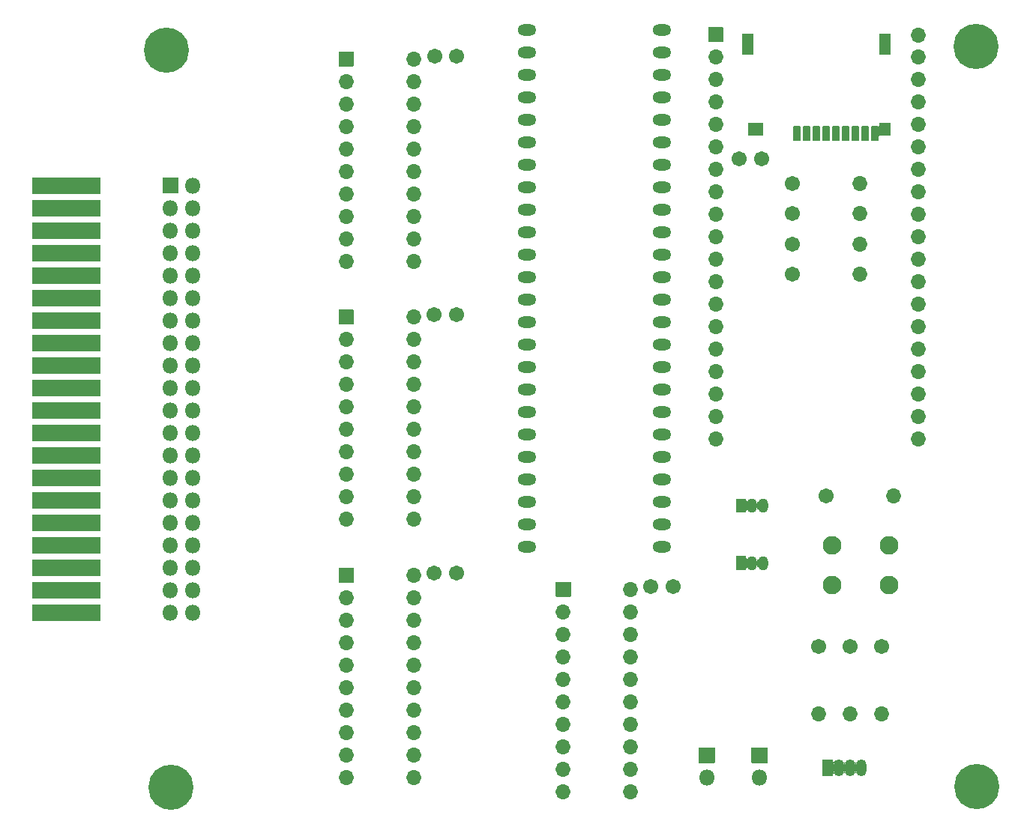
<source format=gbr>
%TF.GenerationSoftware,KiCad,Pcbnew,(5.1.10-1-10_14)*%
%TF.CreationDate,2021-11-12T16:12:36-08:00*%
%TF.ProjectId,TRS-IO-M1,5452532d-494f-42d4-9d31-2e6b69636164,rev?*%
%TF.SameCoordinates,Original*%
%TF.FileFunction,Soldermask,Top*%
%TF.FilePolarity,Negative*%
%FSLAX46Y46*%
G04 Gerber Fmt 4.6, Leading zero omitted, Abs format (unit mm)*
G04 Created by KiCad (PCBNEW (5.1.10-1-10_14)) date 2021-11-12 16:12:36*
%MOMM*%
%LPD*%
G01*
G04 APERTURE LIST*
%ADD10O,1.702000X1.702000*%
%ADD11C,2.102000*%
%ADD12C,1.702000*%
%ADD13O,1.802000X1.802000*%
%ADD14O,1.172000X1.902000*%
%ADD15O,1.152000X1.602000*%
%ADD16O,2.102000X1.302000*%
%ADD17C,5.102000*%
%ADD18C,0.902000*%
%ADD19C,0.100000*%
G04 APERTURE END LIST*
D10*
%TO.C,U1*%
X203276200Y-51752500D03*
X203276200Y-54229000D03*
X180416200Y-97409000D03*
X203276200Y-56769000D03*
X180416200Y-94869000D03*
X203276200Y-59309000D03*
X180416200Y-92329000D03*
X203276200Y-61849000D03*
X180416200Y-89789000D03*
X203276200Y-64389000D03*
X180416200Y-87249000D03*
X203276200Y-66929000D03*
X180416200Y-84709000D03*
X203276200Y-69469000D03*
X180416200Y-82169000D03*
X203276200Y-72009000D03*
X180416200Y-79629000D03*
X203276200Y-74549000D03*
X180416200Y-77089000D03*
X203276200Y-77089000D03*
X180416200Y-74549000D03*
X203276200Y-79629000D03*
X180416200Y-72009000D03*
X203276200Y-82169000D03*
X180416200Y-69469000D03*
X203276200Y-84709000D03*
X180416200Y-66929000D03*
X203276200Y-87249000D03*
X180416200Y-64389000D03*
X203276200Y-89789000D03*
X180416200Y-61849000D03*
X203276200Y-92329000D03*
X180416200Y-59309000D03*
X203276200Y-94869000D03*
X180416200Y-56769000D03*
X203276200Y-97409000D03*
X180416200Y-54229000D03*
G36*
G01*
X179565200Y-52489000D02*
X179565200Y-50889000D01*
G75*
G02*
X179616200Y-50838000I51000J0D01*
G01*
X181216200Y-50838000D01*
G75*
G02*
X181267200Y-50889000I0J-51000D01*
G01*
X181267200Y-52489000D01*
G75*
G02*
X181216200Y-52540000I-51000J0D01*
G01*
X179616200Y-52540000D01*
G75*
G02*
X179565200Y-52489000I0J51000D01*
G01*
G37*
%TD*%
D11*
%TO.C,SW1*%
X200044900Y-109397800D03*
X200044900Y-113897800D03*
X193544900Y-109397800D03*
X193544900Y-113897800D03*
%TD*%
D10*
%TO.C,R4*%
X200494900Y-103809800D03*
D12*
X192874900Y-103809800D03*
%TD*%
D10*
%TO.C,R3*%
X195605400Y-128447800D03*
D12*
X195605400Y-120827800D03*
%TD*%
D10*
%TO.C,R2*%
X199161400Y-128447800D03*
D12*
X199161400Y-120827800D03*
%TD*%
D10*
%TO.C,R1*%
X192049400Y-128447800D03*
D12*
X192049400Y-120827800D03*
%TD*%
%TO.C,J2*%
G36*
G01*
X110871000Y-69723200D02*
X103251000Y-69723200D01*
G75*
G02*
X103200000Y-69672200I0J51000D01*
G01*
X103200000Y-67894200D01*
G75*
G02*
X103251000Y-67843200I51000J0D01*
G01*
X110871000Y-67843200D01*
G75*
G02*
X110922000Y-67894200I0J-51000D01*
G01*
X110922000Y-69672200D01*
G75*
G02*
X110871000Y-69723200I-51000J0D01*
G01*
G37*
G36*
G01*
X110871000Y-72263200D02*
X103251000Y-72263200D01*
G75*
G02*
X103200000Y-72212200I0J51000D01*
G01*
X103200000Y-70434200D01*
G75*
G02*
X103251000Y-70383200I51000J0D01*
G01*
X110871000Y-70383200D01*
G75*
G02*
X110922000Y-70434200I0J-51000D01*
G01*
X110922000Y-72212200D01*
G75*
G02*
X110871000Y-72263200I-51000J0D01*
G01*
G37*
G36*
G01*
X110871000Y-74803200D02*
X103251000Y-74803200D01*
G75*
G02*
X103200000Y-74752200I0J51000D01*
G01*
X103200000Y-72974200D01*
G75*
G02*
X103251000Y-72923200I51000J0D01*
G01*
X110871000Y-72923200D01*
G75*
G02*
X110922000Y-72974200I0J-51000D01*
G01*
X110922000Y-74752200D01*
G75*
G02*
X110871000Y-74803200I-51000J0D01*
G01*
G37*
G36*
G01*
X110871000Y-77343200D02*
X103251000Y-77343200D01*
G75*
G02*
X103200000Y-77292200I0J51000D01*
G01*
X103200000Y-75514200D01*
G75*
G02*
X103251000Y-75463200I51000J0D01*
G01*
X110871000Y-75463200D01*
G75*
G02*
X110922000Y-75514200I0J-51000D01*
G01*
X110922000Y-77292200D01*
G75*
G02*
X110871000Y-77343200I-51000J0D01*
G01*
G37*
G36*
G01*
X110871000Y-79883200D02*
X103251000Y-79883200D01*
G75*
G02*
X103200000Y-79832200I0J51000D01*
G01*
X103200000Y-78054200D01*
G75*
G02*
X103251000Y-78003200I51000J0D01*
G01*
X110871000Y-78003200D01*
G75*
G02*
X110922000Y-78054200I0J-51000D01*
G01*
X110922000Y-79832200D01*
G75*
G02*
X110871000Y-79883200I-51000J0D01*
G01*
G37*
G36*
G01*
X110871000Y-82423200D02*
X103251000Y-82423200D01*
G75*
G02*
X103200000Y-82372200I0J51000D01*
G01*
X103200000Y-80594200D01*
G75*
G02*
X103251000Y-80543200I51000J0D01*
G01*
X110871000Y-80543200D01*
G75*
G02*
X110922000Y-80594200I0J-51000D01*
G01*
X110922000Y-82372200D01*
G75*
G02*
X110871000Y-82423200I-51000J0D01*
G01*
G37*
G36*
G01*
X110871000Y-84963200D02*
X103251000Y-84963200D01*
G75*
G02*
X103200000Y-84912200I0J51000D01*
G01*
X103200000Y-83134200D01*
G75*
G02*
X103251000Y-83083200I51000J0D01*
G01*
X110871000Y-83083200D01*
G75*
G02*
X110922000Y-83134200I0J-51000D01*
G01*
X110922000Y-84912200D01*
G75*
G02*
X110871000Y-84963200I-51000J0D01*
G01*
G37*
G36*
G01*
X110871000Y-87503200D02*
X103251000Y-87503200D01*
G75*
G02*
X103200000Y-87452200I0J51000D01*
G01*
X103200000Y-85674200D01*
G75*
G02*
X103251000Y-85623200I51000J0D01*
G01*
X110871000Y-85623200D01*
G75*
G02*
X110922000Y-85674200I0J-51000D01*
G01*
X110922000Y-87452200D01*
G75*
G02*
X110871000Y-87503200I-51000J0D01*
G01*
G37*
G36*
G01*
X110871000Y-90043200D02*
X103251000Y-90043200D01*
G75*
G02*
X103200000Y-89992200I0J51000D01*
G01*
X103200000Y-88214200D01*
G75*
G02*
X103251000Y-88163200I51000J0D01*
G01*
X110871000Y-88163200D01*
G75*
G02*
X110922000Y-88214200I0J-51000D01*
G01*
X110922000Y-89992200D01*
G75*
G02*
X110871000Y-90043200I-51000J0D01*
G01*
G37*
G36*
G01*
X110871000Y-92583200D02*
X103251000Y-92583200D01*
G75*
G02*
X103200000Y-92532200I0J51000D01*
G01*
X103200000Y-90754200D01*
G75*
G02*
X103251000Y-90703200I51000J0D01*
G01*
X110871000Y-90703200D01*
G75*
G02*
X110922000Y-90754200I0J-51000D01*
G01*
X110922000Y-92532200D01*
G75*
G02*
X110871000Y-92583200I-51000J0D01*
G01*
G37*
G36*
G01*
X110871000Y-95123200D02*
X103251000Y-95123200D01*
G75*
G02*
X103200000Y-95072200I0J51000D01*
G01*
X103200000Y-93294200D01*
G75*
G02*
X103251000Y-93243200I51000J0D01*
G01*
X110871000Y-93243200D01*
G75*
G02*
X110922000Y-93294200I0J-51000D01*
G01*
X110922000Y-95072200D01*
G75*
G02*
X110871000Y-95123200I-51000J0D01*
G01*
G37*
G36*
G01*
X110871000Y-97663200D02*
X103251000Y-97663200D01*
G75*
G02*
X103200000Y-97612200I0J51000D01*
G01*
X103200000Y-95834200D01*
G75*
G02*
X103251000Y-95783200I51000J0D01*
G01*
X110871000Y-95783200D01*
G75*
G02*
X110922000Y-95834200I0J-51000D01*
G01*
X110922000Y-97612200D01*
G75*
G02*
X110871000Y-97663200I-51000J0D01*
G01*
G37*
G36*
G01*
X110871000Y-100203200D02*
X103251000Y-100203200D01*
G75*
G02*
X103200000Y-100152200I0J51000D01*
G01*
X103200000Y-98374200D01*
G75*
G02*
X103251000Y-98323200I51000J0D01*
G01*
X110871000Y-98323200D01*
G75*
G02*
X110922000Y-98374200I0J-51000D01*
G01*
X110922000Y-100152200D01*
G75*
G02*
X110871000Y-100203200I-51000J0D01*
G01*
G37*
G36*
G01*
X110871000Y-102743200D02*
X103251000Y-102743200D01*
G75*
G02*
X103200000Y-102692200I0J51000D01*
G01*
X103200000Y-100914200D01*
G75*
G02*
X103251000Y-100863200I51000J0D01*
G01*
X110871000Y-100863200D01*
G75*
G02*
X110922000Y-100914200I0J-51000D01*
G01*
X110922000Y-102692200D01*
G75*
G02*
X110871000Y-102743200I-51000J0D01*
G01*
G37*
G36*
G01*
X110871000Y-105283200D02*
X103251000Y-105283200D01*
G75*
G02*
X103200000Y-105232200I0J51000D01*
G01*
X103200000Y-103454200D01*
G75*
G02*
X103251000Y-103403200I51000J0D01*
G01*
X110871000Y-103403200D01*
G75*
G02*
X110922000Y-103454200I0J-51000D01*
G01*
X110922000Y-105232200D01*
G75*
G02*
X110871000Y-105283200I-51000J0D01*
G01*
G37*
G36*
G01*
X110871000Y-107823200D02*
X103251000Y-107823200D01*
G75*
G02*
X103200000Y-107772200I0J51000D01*
G01*
X103200000Y-105994200D01*
G75*
G02*
X103251000Y-105943200I51000J0D01*
G01*
X110871000Y-105943200D01*
G75*
G02*
X110922000Y-105994200I0J-51000D01*
G01*
X110922000Y-107772200D01*
G75*
G02*
X110871000Y-107823200I-51000J0D01*
G01*
G37*
G36*
G01*
X110871000Y-110363200D02*
X103251000Y-110363200D01*
G75*
G02*
X103200000Y-110312200I0J51000D01*
G01*
X103200000Y-108534200D01*
G75*
G02*
X103251000Y-108483200I51000J0D01*
G01*
X110871000Y-108483200D01*
G75*
G02*
X110922000Y-108534200I0J-51000D01*
G01*
X110922000Y-110312200D01*
G75*
G02*
X110871000Y-110363200I-51000J0D01*
G01*
G37*
G36*
G01*
X110871000Y-112903200D02*
X103251000Y-112903200D01*
G75*
G02*
X103200000Y-112852200I0J51000D01*
G01*
X103200000Y-111074200D01*
G75*
G02*
X103251000Y-111023200I51000J0D01*
G01*
X110871000Y-111023200D01*
G75*
G02*
X110922000Y-111074200I0J-51000D01*
G01*
X110922000Y-112852200D01*
G75*
G02*
X110871000Y-112903200I-51000J0D01*
G01*
G37*
G36*
G01*
X110871000Y-115443200D02*
X103251000Y-115443200D01*
G75*
G02*
X103200000Y-115392200I0J51000D01*
G01*
X103200000Y-113614200D01*
G75*
G02*
X103251000Y-113563200I51000J0D01*
G01*
X110871000Y-113563200D01*
G75*
G02*
X110922000Y-113614200I0J-51000D01*
G01*
X110922000Y-115392200D01*
G75*
G02*
X110871000Y-115443200I-51000J0D01*
G01*
G37*
G36*
G01*
X110871000Y-117983200D02*
X103251000Y-117983200D01*
G75*
G02*
X103200000Y-117932200I0J51000D01*
G01*
X103200000Y-116154200D01*
G75*
G02*
X103251000Y-116103200I51000J0D01*
G01*
X110871000Y-116103200D01*
G75*
G02*
X110922000Y-116154200I0J-51000D01*
G01*
X110922000Y-117932200D01*
G75*
G02*
X110871000Y-117983200I-51000J0D01*
G01*
G37*
%TD*%
D13*
%TO.C,J1*%
X121379000Y-117019200D03*
X118839000Y-117019200D03*
X121379000Y-114479200D03*
X118839000Y-114479200D03*
X121379000Y-111939200D03*
X118839000Y-111939200D03*
X121379000Y-109399200D03*
X118839000Y-109399200D03*
X121379000Y-106859200D03*
X118839000Y-106859200D03*
X121379000Y-104319200D03*
X118839000Y-104319200D03*
X121379000Y-101779200D03*
X118839000Y-101779200D03*
X121379000Y-99239200D03*
X118839000Y-99239200D03*
X121379000Y-96699200D03*
X118839000Y-96699200D03*
X121379000Y-94159200D03*
X118839000Y-94159200D03*
X121379000Y-91619200D03*
X118839000Y-91619200D03*
X121379000Y-89079200D03*
X118839000Y-89079200D03*
X121379000Y-86539200D03*
X118839000Y-86539200D03*
X121379000Y-83999200D03*
X118839000Y-83999200D03*
X121379000Y-81459200D03*
X118839000Y-81459200D03*
X121379000Y-78919200D03*
X118839000Y-78919200D03*
X121379000Y-76379200D03*
X118839000Y-76379200D03*
X121379000Y-73839200D03*
X118839000Y-73839200D03*
X121379000Y-71299200D03*
X118839000Y-71299200D03*
X121379000Y-68759200D03*
G36*
G01*
X117938000Y-69609200D02*
X117938000Y-67909200D01*
G75*
G02*
X117989000Y-67858200I51000J0D01*
G01*
X119689000Y-67858200D01*
G75*
G02*
X119740000Y-67909200I0J-51000D01*
G01*
X119740000Y-69609200D01*
G75*
G02*
X119689000Y-69660200I-51000J0D01*
G01*
X117989000Y-69660200D01*
G75*
G02*
X117938000Y-69609200I0J51000D01*
G01*
G37*
%TD*%
D14*
%TO.C,D1*%
X196875400Y-134543800D03*
X195605400Y-134543800D03*
X194335400Y-134543800D03*
G36*
G01*
X192479400Y-135443800D02*
X192479400Y-133643800D01*
G75*
G02*
X192530400Y-133592800I51000J0D01*
G01*
X193600400Y-133592800D01*
G75*
G02*
X193651400Y-133643800I0J-51000D01*
G01*
X193651400Y-135443800D01*
G75*
G02*
X193600400Y-135494800I-51000J0D01*
G01*
X192530400Y-135494800D01*
G75*
G02*
X192479400Y-135443800I0J51000D01*
G01*
G37*
%TD*%
%TO.C,J3*%
G36*
G01*
X189996400Y-62074799D02*
X189996400Y-63674801D01*
G75*
G02*
X189945401Y-63725800I-50999J0D01*
G01*
X189245399Y-63725800D01*
G75*
G02*
X189194400Y-63674801I0J50999D01*
G01*
X189194400Y-62074799D01*
G75*
G02*
X189245399Y-62023800I50999J0D01*
G01*
X189945401Y-62023800D01*
G75*
G02*
X189996400Y-62074799I0J-50999D01*
G01*
G37*
G36*
G01*
X191096400Y-62074799D02*
X191096400Y-63674801D01*
G75*
G02*
X191045401Y-63725800I-50999J0D01*
G01*
X190345399Y-63725800D01*
G75*
G02*
X190294400Y-63674801I0J50999D01*
G01*
X190294400Y-62074799D01*
G75*
G02*
X190345399Y-62023800I50999J0D01*
G01*
X191045401Y-62023800D01*
G75*
G02*
X191096400Y-62074799I0J-50999D01*
G01*
G37*
G36*
G01*
X192196400Y-62074799D02*
X192196400Y-63674801D01*
G75*
G02*
X192145401Y-63725800I-50999J0D01*
G01*
X191445399Y-63725800D01*
G75*
G02*
X191394400Y-63674801I0J50999D01*
G01*
X191394400Y-62074799D01*
G75*
G02*
X191445399Y-62023800I50999J0D01*
G01*
X192145401Y-62023800D01*
G75*
G02*
X192196400Y-62074799I0J-50999D01*
G01*
G37*
G36*
G01*
X193296400Y-62074799D02*
X193296400Y-63674801D01*
G75*
G02*
X193245401Y-63725800I-50999J0D01*
G01*
X192545399Y-63725800D01*
G75*
G02*
X192494400Y-63674801I0J50999D01*
G01*
X192494400Y-62074799D01*
G75*
G02*
X192545399Y-62023800I50999J0D01*
G01*
X193245401Y-62023800D01*
G75*
G02*
X193296400Y-62074799I0J-50999D01*
G01*
G37*
G36*
G01*
X194396400Y-62074799D02*
X194396400Y-63674801D01*
G75*
G02*
X194345401Y-63725800I-50999J0D01*
G01*
X193645399Y-63725800D01*
G75*
G02*
X193594400Y-63674801I0J50999D01*
G01*
X193594400Y-62074799D01*
G75*
G02*
X193645399Y-62023800I50999J0D01*
G01*
X194345401Y-62023800D01*
G75*
G02*
X194396400Y-62074799I0J-50999D01*
G01*
G37*
G36*
G01*
X195496400Y-62074799D02*
X195496400Y-63674801D01*
G75*
G02*
X195445401Y-63725800I-50999J0D01*
G01*
X194745399Y-63725800D01*
G75*
G02*
X194694400Y-63674801I0J50999D01*
G01*
X194694400Y-62074799D01*
G75*
G02*
X194745399Y-62023800I50999J0D01*
G01*
X195445401Y-62023800D01*
G75*
G02*
X195496400Y-62074799I0J-50999D01*
G01*
G37*
G36*
G01*
X196596400Y-62074799D02*
X196596400Y-63674801D01*
G75*
G02*
X196545401Y-63725800I-50999J0D01*
G01*
X195845399Y-63725800D01*
G75*
G02*
X195794400Y-63674801I0J50999D01*
G01*
X195794400Y-62074799D01*
G75*
G02*
X195845399Y-62023800I50999J0D01*
G01*
X196545401Y-62023800D01*
G75*
G02*
X196596400Y-62074799I0J-50999D01*
G01*
G37*
G36*
G01*
X197696400Y-62074799D02*
X197696400Y-63674801D01*
G75*
G02*
X197645401Y-63725800I-50999J0D01*
G01*
X196945399Y-63725800D01*
G75*
G02*
X196894400Y-63674801I0J50999D01*
G01*
X196894400Y-62074799D01*
G75*
G02*
X196945399Y-62023800I50999J0D01*
G01*
X197645401Y-62023800D01*
G75*
G02*
X197696400Y-62074799I0J-50999D01*
G01*
G37*
G36*
G01*
X198796400Y-62074799D02*
X198796400Y-63674801D01*
G75*
G02*
X198745401Y-63725800I-50999J0D01*
G01*
X198045399Y-63725800D01*
G75*
G02*
X197994400Y-63674801I0J50999D01*
G01*
X197994400Y-62074799D01*
G75*
G02*
X198045399Y-62023800I50999J0D01*
G01*
X198745401Y-62023800D01*
G75*
G02*
X198796400Y-62074799I0J-50999D01*
G01*
G37*
G36*
G01*
X185796400Y-61674800D02*
X185796400Y-63074800D01*
G75*
G02*
X185745400Y-63125800I-51000J0D01*
G01*
X184145400Y-63125800D01*
G75*
G02*
X184094400Y-63074800I0J51000D01*
G01*
X184094400Y-61674800D01*
G75*
G02*
X184145400Y-61623800I51000J0D01*
G01*
X185745400Y-61623800D01*
G75*
G02*
X185796400Y-61674800I0J-51000D01*
G01*
G37*
G36*
G01*
X184696400Y-51674799D02*
X184696400Y-53874801D01*
G75*
G02*
X184645401Y-53925800I-50999J0D01*
G01*
X183445399Y-53925800D01*
G75*
G02*
X183394400Y-53874801I0J50999D01*
G01*
X183394400Y-51674799D01*
G75*
G02*
X183445399Y-51623800I50999J0D01*
G01*
X184645401Y-51623800D01*
G75*
G02*
X184696400Y-51674799I0J-50999D01*
G01*
G37*
G36*
G01*
X200196400Y-51674799D02*
X200196400Y-53874801D01*
G75*
G02*
X200145401Y-53925800I-50999J0D01*
G01*
X198945399Y-53925800D01*
G75*
G02*
X198894400Y-53874801I0J50999D01*
G01*
X198894400Y-51674799D01*
G75*
G02*
X198945399Y-51623800I50999J0D01*
G01*
X200145401Y-51623800D01*
G75*
G02*
X200196400Y-51674799I0J-50999D01*
G01*
G37*
G36*
G01*
X200196400Y-61674799D02*
X200196400Y-63074801D01*
G75*
G02*
X200145401Y-63125800I-50999J0D01*
G01*
X198945399Y-63125800D01*
G75*
G02*
X198894400Y-63074801I0J50999D01*
G01*
X198894400Y-61674799D01*
G75*
G02*
X198945399Y-61623800I50999J0D01*
G01*
X200145401Y-61623800D01*
G75*
G02*
X200196400Y-61674799I0J-50999D01*
G01*
G37*
%TD*%
D12*
%TO.C,R5*%
X189077600Y-78790800D03*
D10*
X196697600Y-78790800D03*
%TD*%
%TO.C,R6*%
X196697600Y-75361800D03*
D12*
X189077600Y-75361800D03*
%TD*%
%TO.C,R7*%
X189077600Y-71932800D03*
D10*
X196697600Y-71932800D03*
%TD*%
%TO.C,R8*%
X196697600Y-68503800D03*
D12*
X189077600Y-68503800D03*
%TD*%
%TO.C,C1*%
X148666200Y-54127400D03*
X151166200Y-54127400D03*
%TD*%
%TO.C,C2*%
X151115400Y-83312000D03*
X148615400Y-83312000D03*
%TD*%
%TO.C,C3*%
X148615400Y-112522000D03*
X151115400Y-112522000D03*
%TD*%
%TO.C,C4*%
X175626400Y-114071400D03*
X173126400Y-114071400D03*
%TD*%
%TO.C,C5*%
X183108600Y-65709800D03*
X185608600Y-65709800D03*
%TD*%
%TO.C,J4*%
G36*
G01*
X178524600Y-133996800D02*
X178524600Y-132296800D01*
G75*
G02*
X178575600Y-132245800I51000J0D01*
G01*
X180275600Y-132245800D01*
G75*
G02*
X180326600Y-132296800I0J-51000D01*
G01*
X180326600Y-133996800D01*
G75*
G02*
X180275600Y-134047800I-51000J0D01*
G01*
X178575600Y-134047800D01*
G75*
G02*
X178524600Y-133996800I0J51000D01*
G01*
G37*
D13*
X179425600Y-135686800D03*
%TD*%
%TO.C,J5*%
X185369200Y-135686800D03*
G36*
G01*
X184468200Y-133996800D02*
X184468200Y-132296800D01*
G75*
G02*
X184519200Y-132245800I51000J0D01*
G01*
X186219200Y-132245800D01*
G75*
G02*
X186270200Y-132296800I0J-51000D01*
G01*
X186270200Y-133996800D01*
G75*
G02*
X186219200Y-134047800I-51000J0D01*
G01*
X184519200Y-134047800D01*
G75*
G02*
X184468200Y-133996800I0J51000D01*
G01*
G37*
%TD*%
D15*
%TO.C,Q1*%
X184556400Y-104927400D03*
X185826400Y-104927400D03*
G36*
G01*
X182710400Y-105677400D02*
X182710400Y-104177400D01*
G75*
G02*
X182761400Y-104126400I51000J0D01*
G01*
X183811400Y-104126400D01*
G75*
G02*
X183862400Y-104177400I0J-51000D01*
G01*
X183862400Y-105677400D01*
G75*
G02*
X183811400Y-105728400I-51000J0D01*
G01*
X182761400Y-105728400D01*
G75*
G02*
X182710400Y-105677400I0J51000D01*
G01*
G37*
%TD*%
%TO.C,Q2*%
G36*
G01*
X182710400Y-112179800D02*
X182710400Y-110679800D01*
G75*
G02*
X182761400Y-110628800I51000J0D01*
G01*
X183811400Y-110628800D01*
G75*
G02*
X183862400Y-110679800I0J-51000D01*
G01*
X183862400Y-112179800D01*
G75*
G02*
X183811400Y-112230800I-51000J0D01*
G01*
X182761400Y-112230800D01*
G75*
G02*
X182710400Y-112179800I0J51000D01*
G01*
G37*
X185826400Y-111429800D03*
X184556400Y-111429800D03*
%TD*%
D16*
%TO.C,U2*%
X174371000Y-51130200D03*
X159131000Y-51130200D03*
X174371000Y-53670200D03*
X159131000Y-53670200D03*
X174371000Y-56210200D03*
X159131000Y-56210200D03*
X174371000Y-58750200D03*
X159131000Y-58750200D03*
X174371000Y-61290200D03*
X159131000Y-61290200D03*
X174371000Y-63830200D03*
X159131000Y-63830200D03*
X174371000Y-66370200D03*
X159131000Y-66370200D03*
X174371000Y-68910200D03*
X159131000Y-68910200D03*
X174371000Y-71450200D03*
X159131000Y-71450200D03*
X174371000Y-73990200D03*
X159131000Y-73990200D03*
X174371000Y-76530200D03*
X159131000Y-76530200D03*
X174371000Y-79070200D03*
X159131000Y-79070200D03*
X174371000Y-81610200D03*
X159131000Y-81610200D03*
X174371000Y-84150200D03*
X159131000Y-84150200D03*
X174371000Y-86690200D03*
X159131000Y-86690200D03*
X174371000Y-89230200D03*
X159131000Y-89230200D03*
X174371000Y-91770200D03*
X159131000Y-91770200D03*
X174371000Y-94310200D03*
X159131000Y-94310200D03*
X174371000Y-96850200D03*
X159131000Y-96850200D03*
X174371000Y-99390200D03*
X159131000Y-99390200D03*
X174371000Y-101930200D03*
X159131000Y-101930200D03*
X174371000Y-104470200D03*
X159131000Y-104470200D03*
X174371000Y-107010200D03*
X159131000Y-107010200D03*
X174371000Y-109550200D03*
X159131000Y-109550200D03*
%TD*%
%TO.C,U3*%
G36*
G01*
X137833000Y-55232200D02*
X137833000Y-53632200D01*
G75*
G02*
X137884000Y-53581200I51000J0D01*
G01*
X139484000Y-53581200D01*
G75*
G02*
X139535000Y-53632200I0J-51000D01*
G01*
X139535000Y-55232200D01*
G75*
G02*
X139484000Y-55283200I-51000J0D01*
G01*
X137884000Y-55283200D01*
G75*
G02*
X137833000Y-55232200I0J51000D01*
G01*
G37*
D10*
X146304000Y-77292200D03*
X138684000Y-56972200D03*
X146304000Y-74752200D03*
X138684000Y-59512200D03*
X146304000Y-72212200D03*
X138684000Y-62052200D03*
X146304000Y-69672200D03*
X138684000Y-64592200D03*
X146304000Y-67132200D03*
X138684000Y-67132200D03*
X146304000Y-64592200D03*
X138684000Y-69672200D03*
X146304000Y-62052200D03*
X138684000Y-72212200D03*
X146304000Y-59512200D03*
X138684000Y-74752200D03*
X146304000Y-56972200D03*
X138684000Y-77292200D03*
X146304000Y-54432200D03*
%TD*%
%TO.C,U4*%
X146304000Y-83616800D03*
X138684000Y-106476800D03*
X146304000Y-86156800D03*
X138684000Y-103936800D03*
X146304000Y-88696800D03*
X138684000Y-101396800D03*
X146304000Y-91236800D03*
X138684000Y-98856800D03*
X146304000Y-93776800D03*
X138684000Y-96316800D03*
X146304000Y-96316800D03*
X138684000Y-93776800D03*
X146304000Y-98856800D03*
X138684000Y-91236800D03*
X146304000Y-101396800D03*
X138684000Y-88696800D03*
X146304000Y-103936800D03*
X138684000Y-86156800D03*
X146304000Y-106476800D03*
G36*
G01*
X137833000Y-84416800D02*
X137833000Y-82816800D01*
G75*
G02*
X137884000Y-82765800I51000J0D01*
G01*
X139484000Y-82765800D01*
G75*
G02*
X139535000Y-82816800I0J-51000D01*
G01*
X139535000Y-84416800D01*
G75*
G02*
X139484000Y-84467800I-51000J0D01*
G01*
X137884000Y-84467800D01*
G75*
G02*
X137833000Y-84416800I0J51000D01*
G01*
G37*
%TD*%
%TO.C,U5*%
G36*
G01*
X137833000Y-113601400D02*
X137833000Y-112001400D01*
G75*
G02*
X137884000Y-111950400I51000J0D01*
G01*
X139484000Y-111950400D01*
G75*
G02*
X139535000Y-112001400I0J-51000D01*
G01*
X139535000Y-113601400D01*
G75*
G02*
X139484000Y-113652400I-51000J0D01*
G01*
X137884000Y-113652400D01*
G75*
G02*
X137833000Y-113601400I0J51000D01*
G01*
G37*
X146304000Y-135661400D03*
X138684000Y-115341400D03*
X146304000Y-133121400D03*
X138684000Y-117881400D03*
X146304000Y-130581400D03*
X138684000Y-120421400D03*
X146304000Y-128041400D03*
X138684000Y-122961400D03*
X146304000Y-125501400D03*
X138684000Y-125501400D03*
X146304000Y-122961400D03*
X138684000Y-128041400D03*
X146304000Y-120421400D03*
X138684000Y-130581400D03*
X146304000Y-117881400D03*
X138684000Y-133121400D03*
X146304000Y-115341400D03*
X138684000Y-135661400D03*
X146304000Y-112801400D03*
%TD*%
%TO.C,U6*%
X170840400Y-114376200D03*
X163220400Y-137236200D03*
X170840400Y-116916200D03*
X163220400Y-134696200D03*
X170840400Y-119456200D03*
X163220400Y-132156200D03*
X170840400Y-121996200D03*
X163220400Y-129616200D03*
X170840400Y-124536200D03*
X163220400Y-127076200D03*
X170840400Y-127076200D03*
X163220400Y-124536200D03*
X170840400Y-129616200D03*
X163220400Y-121996200D03*
X170840400Y-132156200D03*
X163220400Y-119456200D03*
X170840400Y-134696200D03*
X163220400Y-116916200D03*
X170840400Y-137236200D03*
G36*
G01*
X162369400Y-115176200D02*
X162369400Y-113576200D01*
G75*
G02*
X162420400Y-113525200I51000J0D01*
G01*
X164020400Y-113525200D01*
G75*
G02*
X164071400Y-113576200I0J-51000D01*
G01*
X164071400Y-115176200D01*
G75*
G02*
X164020400Y-115227200I-51000J0D01*
G01*
X162420400Y-115227200D01*
G75*
G02*
X162369400Y-115176200I0J51000D01*
G01*
G37*
%TD*%
D17*
%TO.C,H1*%
X118400000Y-53450000D03*
D18*
X120275000Y-53450000D03*
X119725825Y-54775825D03*
X118400000Y-55325000D03*
X117074175Y-54775825D03*
X116525000Y-53450000D03*
X117074175Y-52124175D03*
X118400000Y-51575000D03*
X119725825Y-52124175D03*
%TD*%
%TO.C,H2*%
X211175825Y-51674175D03*
X209850000Y-51125000D03*
X208524175Y-51674175D03*
X207975000Y-53000000D03*
X208524175Y-54325825D03*
X209850000Y-54875000D03*
X211175825Y-54325825D03*
X211725000Y-53000000D03*
D17*
X209850000Y-53000000D03*
%TD*%
%TO.C,H3*%
X118900000Y-136800000D03*
D18*
X120775000Y-136800000D03*
X120225825Y-138125825D03*
X118900000Y-138675000D03*
X117574175Y-138125825D03*
X117025000Y-136800000D03*
X117574175Y-135474175D03*
X118900000Y-134925000D03*
X120225825Y-135474175D03*
%TD*%
%TO.C,H4*%
X211275825Y-135374175D03*
X209950000Y-134825000D03*
X208624175Y-135374175D03*
X208075000Y-136700000D03*
X208624175Y-138025825D03*
X209950000Y-138575000D03*
X211275825Y-138025825D03*
X211825000Y-136700000D03*
D17*
X209950000Y-136700000D03*
%TD*%
D19*
G36*
X193653390Y-133744392D02*
G01*
X193655772Y-133768579D01*
X193662772Y-133791654D01*
X193674137Y-133812918D01*
X193689432Y-133831555D01*
X193708069Y-133846850D01*
X193729333Y-133858215D01*
X193752408Y-133865215D01*
X193776399Y-133867578D01*
X193800390Y-133865215D01*
X193823465Y-133858215D01*
X193844685Y-133846873D01*
X193868641Y-133825160D01*
X193870596Y-133824738D01*
X193871939Y-133826220D01*
X193871530Y-133827911D01*
X193849830Y-133854353D01*
X193795864Y-133955318D01*
X193762630Y-134064873D01*
X193751400Y-134178894D01*
X193751400Y-134908706D01*
X193762630Y-135022728D01*
X193795865Y-135132283D01*
X193849831Y-135233248D01*
X193870230Y-135258104D01*
X193870556Y-135260078D01*
X193869010Y-135261346D01*
X193867270Y-135260787D01*
X193854423Y-135247940D01*
X193834375Y-135234545D01*
X193812102Y-135225319D01*
X193788451Y-135220615D01*
X193764345Y-135220615D01*
X193740695Y-135225320D01*
X193718421Y-135234546D01*
X193698374Y-135247941D01*
X193681327Y-135264988D01*
X193667932Y-135285036D01*
X193658723Y-135307266D01*
X193653378Y-135343305D01*
X193652135Y-135344872D01*
X193650157Y-135344579D01*
X193649400Y-135343012D01*
X193649400Y-133744588D01*
X193650400Y-133742856D01*
X193652400Y-133742856D01*
X193653390Y-133744392D01*
G37*
G36*
X194865232Y-133928697D02*
G01*
X194875328Y-133943807D01*
X194892375Y-133960854D01*
X194912423Y-133974249D01*
X194934697Y-133983476D01*
X194958347Y-133988180D01*
X194982453Y-133988180D01*
X195006103Y-133983476D01*
X195028377Y-133974249D01*
X195048424Y-133960855D01*
X195065471Y-133943808D01*
X195075568Y-133928697D01*
X195077362Y-133927812D01*
X195079025Y-133928923D01*
X195078995Y-133930751D01*
X195065864Y-133955318D01*
X195032630Y-134064873D01*
X195021400Y-134178894D01*
X195021400Y-134908706D01*
X195032630Y-135022728D01*
X195065865Y-135132283D01*
X195078992Y-135156842D01*
X195078926Y-135158841D01*
X195077163Y-135159784D01*
X195075565Y-135158896D01*
X195065473Y-135143792D01*
X195048426Y-135126745D01*
X195028379Y-135113350D01*
X195006105Y-135104124D01*
X194982455Y-135099419D01*
X194958349Y-135099419D01*
X194934699Y-135104123D01*
X194912425Y-135113349D01*
X194892377Y-135126744D01*
X194875330Y-135143791D01*
X194865231Y-135158906D01*
X194863437Y-135159791D01*
X194861774Y-135158680D01*
X194861804Y-135156852D01*
X194874936Y-135132283D01*
X194908170Y-135022728D01*
X194919400Y-134908706D01*
X194919400Y-134178894D01*
X194908170Y-134064872D01*
X194874936Y-133955317D01*
X194861805Y-133930751D01*
X194861871Y-133928752D01*
X194863634Y-133927809D01*
X194865232Y-133928697D01*
G37*
G36*
X196135232Y-133928697D02*
G01*
X196145328Y-133943807D01*
X196162375Y-133960854D01*
X196182423Y-133974249D01*
X196204697Y-133983476D01*
X196228347Y-133988180D01*
X196252453Y-133988180D01*
X196276103Y-133983476D01*
X196298377Y-133974249D01*
X196318424Y-133960855D01*
X196335471Y-133943808D01*
X196345568Y-133928697D01*
X196347362Y-133927812D01*
X196349025Y-133928923D01*
X196348995Y-133930751D01*
X196335864Y-133955318D01*
X196302630Y-134064873D01*
X196291400Y-134178894D01*
X196291400Y-134908706D01*
X196302630Y-135022728D01*
X196335865Y-135132283D01*
X196348992Y-135156842D01*
X196348926Y-135158841D01*
X196347163Y-135159784D01*
X196345565Y-135158896D01*
X196335473Y-135143792D01*
X196318426Y-135126745D01*
X196298379Y-135113350D01*
X196276105Y-135104124D01*
X196252455Y-135099419D01*
X196228349Y-135099419D01*
X196204699Y-135104123D01*
X196182425Y-135113349D01*
X196162377Y-135126744D01*
X196145330Y-135143791D01*
X196135231Y-135158906D01*
X196133437Y-135159791D01*
X196131774Y-135158680D01*
X196131804Y-135156852D01*
X196144936Y-135132283D01*
X196178170Y-135022728D01*
X196189400Y-134908706D01*
X196189400Y-134178894D01*
X196178170Y-134064872D01*
X196144936Y-133955317D01*
X196131805Y-133930751D01*
X196131871Y-133928752D01*
X196133634Y-133927809D01*
X196135232Y-133928697D01*
G37*
G36*
X183864390Y-110798265D02*
G01*
X183866772Y-110822452D01*
X183873772Y-110845527D01*
X183885137Y-110866791D01*
X183900432Y-110885428D01*
X183919069Y-110900723D01*
X183940333Y-110912088D01*
X183963408Y-110919088D01*
X183987399Y-110921451D01*
X184011390Y-110919088D01*
X184034465Y-110912088D01*
X184055729Y-110900723D01*
X184074405Y-110885396D01*
X184075739Y-110883924D01*
X184077643Y-110883312D01*
X184079125Y-110884655D01*
X184078985Y-110886210D01*
X184026102Y-110985144D01*
X183993438Y-111092824D01*
X183982400Y-111204894D01*
X183982400Y-111654706D01*
X183993438Y-111766777D01*
X184026102Y-111874457D01*
X184079146Y-111973692D01*
X184081236Y-111976238D01*
X184081562Y-111978212D01*
X184080016Y-111979480D01*
X184078276Y-111978921D01*
X184065423Y-111966068D01*
X184045376Y-111952673D01*
X184023102Y-111943447D01*
X183999451Y-111938743D01*
X183975345Y-111938743D01*
X183951695Y-111943448D01*
X183929421Y-111952674D01*
X183909374Y-111966069D01*
X183892327Y-111983116D01*
X183878932Y-112003163D01*
X183869723Y-112025394D01*
X183864378Y-112061433D01*
X183863135Y-112063000D01*
X183861157Y-112062707D01*
X183860400Y-112061140D01*
X183860400Y-110798461D01*
X183861400Y-110796729D01*
X183863400Y-110796729D01*
X183864390Y-110798265D01*
G37*
G36*
X185300021Y-110976040D02*
G01*
X185299991Y-110977868D01*
X185296102Y-110985144D01*
X185263438Y-111092824D01*
X185252400Y-111204894D01*
X185252400Y-111654706D01*
X185263438Y-111766777D01*
X185296102Y-111874457D01*
X185299991Y-111881733D01*
X185299925Y-111883732D01*
X185298162Y-111884675D01*
X185296564Y-111883787D01*
X185286471Y-111868682D01*
X185269424Y-111851635D01*
X185249376Y-111838240D01*
X185227102Y-111829014D01*
X185203452Y-111824310D01*
X185179346Y-111824310D01*
X185155696Y-111829015D01*
X185133422Y-111838241D01*
X185113375Y-111851636D01*
X185096328Y-111868683D01*
X185086236Y-111883787D01*
X185084442Y-111884672D01*
X185082779Y-111883561D01*
X185082809Y-111881733D01*
X185086698Y-111874457D01*
X185119362Y-111766777D01*
X185130400Y-111654705D01*
X185130400Y-111204894D01*
X185119362Y-111092823D01*
X185086698Y-110985143D01*
X185082811Y-110977872D01*
X185082877Y-110975873D01*
X185084640Y-110974930D01*
X185086238Y-110975818D01*
X185096329Y-110990919D01*
X185113376Y-111007966D01*
X185133423Y-111021361D01*
X185155697Y-111030587D01*
X185179347Y-111035291D01*
X185203454Y-111035291D01*
X185227104Y-111030586D01*
X185249378Y-111021360D01*
X185269425Y-111007965D01*
X185286472Y-110990918D01*
X185296564Y-110975814D01*
X185298358Y-110974929D01*
X185300021Y-110976040D01*
G37*
G36*
X183864390Y-104295865D02*
G01*
X183866772Y-104320052D01*
X183873772Y-104343127D01*
X183885137Y-104364391D01*
X183900432Y-104383028D01*
X183919069Y-104398323D01*
X183940333Y-104409688D01*
X183963408Y-104416688D01*
X183987399Y-104419051D01*
X184011390Y-104416688D01*
X184034465Y-104409688D01*
X184055729Y-104398323D01*
X184074405Y-104382996D01*
X184075739Y-104381524D01*
X184077643Y-104380912D01*
X184079125Y-104382255D01*
X184078985Y-104383810D01*
X184026102Y-104482744D01*
X183993438Y-104590424D01*
X183982400Y-104702494D01*
X183982400Y-105152306D01*
X183993438Y-105264377D01*
X184026102Y-105372057D01*
X184079146Y-105471292D01*
X184081236Y-105473838D01*
X184081562Y-105475812D01*
X184080016Y-105477080D01*
X184078276Y-105476521D01*
X184065423Y-105463668D01*
X184045376Y-105450273D01*
X184023102Y-105441047D01*
X183999451Y-105436343D01*
X183975345Y-105436343D01*
X183951695Y-105441048D01*
X183929421Y-105450274D01*
X183909374Y-105463669D01*
X183892327Y-105480716D01*
X183878932Y-105500763D01*
X183869723Y-105522994D01*
X183864378Y-105559033D01*
X183863135Y-105560600D01*
X183861157Y-105560307D01*
X183860400Y-105558740D01*
X183860400Y-104296061D01*
X183861400Y-104294329D01*
X183863400Y-104294329D01*
X183864390Y-104295865D01*
G37*
G36*
X185300021Y-104473640D02*
G01*
X185299991Y-104475468D01*
X185296102Y-104482744D01*
X185263438Y-104590424D01*
X185252400Y-104702494D01*
X185252400Y-105152306D01*
X185263438Y-105264377D01*
X185296102Y-105372057D01*
X185299991Y-105379333D01*
X185299925Y-105381332D01*
X185298162Y-105382275D01*
X185296564Y-105381387D01*
X185286471Y-105366282D01*
X185269424Y-105349235D01*
X185249376Y-105335840D01*
X185227102Y-105326614D01*
X185203452Y-105321910D01*
X185179346Y-105321910D01*
X185155696Y-105326615D01*
X185133422Y-105335841D01*
X185113375Y-105349236D01*
X185096328Y-105366283D01*
X185086236Y-105381387D01*
X185084442Y-105382272D01*
X185082779Y-105381161D01*
X185082809Y-105379333D01*
X185086698Y-105372057D01*
X185119362Y-105264377D01*
X185130400Y-105152305D01*
X185130400Y-104702494D01*
X185119362Y-104590423D01*
X185086698Y-104482743D01*
X185082811Y-104475472D01*
X185082877Y-104473473D01*
X185084640Y-104472530D01*
X185086238Y-104473418D01*
X185096329Y-104488519D01*
X185113376Y-104505566D01*
X185133423Y-104518961D01*
X185155697Y-104528187D01*
X185179347Y-104532891D01*
X185203454Y-104532891D01*
X185227104Y-104528186D01*
X185249378Y-104518960D01*
X185269425Y-104505565D01*
X185286472Y-104488518D01*
X185296564Y-104473414D01*
X185298358Y-104472529D01*
X185300021Y-104473640D01*
G37*
G36*
X198895565Y-61897175D02*
G01*
X198896400Y-61898801D01*
X198896400Y-63123800D01*
X198921399Y-63123800D01*
X198923131Y-63124800D01*
X198923131Y-63126800D01*
X198921595Y-63127790D01*
X198897408Y-63130172D01*
X198874333Y-63137172D01*
X198853069Y-63148537D01*
X198834432Y-63163832D01*
X198819137Y-63182469D01*
X198807772Y-63203733D01*
X198800772Y-63226808D01*
X198798390Y-63250995D01*
X198797225Y-63252621D01*
X198795235Y-63252425D01*
X198794400Y-63250799D01*
X198794400Y-62025800D01*
X198769401Y-62025800D01*
X198767669Y-62024800D01*
X198767669Y-62022800D01*
X198769205Y-62021810D01*
X198793392Y-62019428D01*
X198816467Y-62012428D01*
X198837731Y-62001063D01*
X198856368Y-61985768D01*
X198871663Y-61967131D01*
X198883028Y-61945867D01*
X198890028Y-61922792D01*
X198892410Y-61898605D01*
X198893575Y-61896979D01*
X198895565Y-61897175D01*
G37*
M02*

</source>
